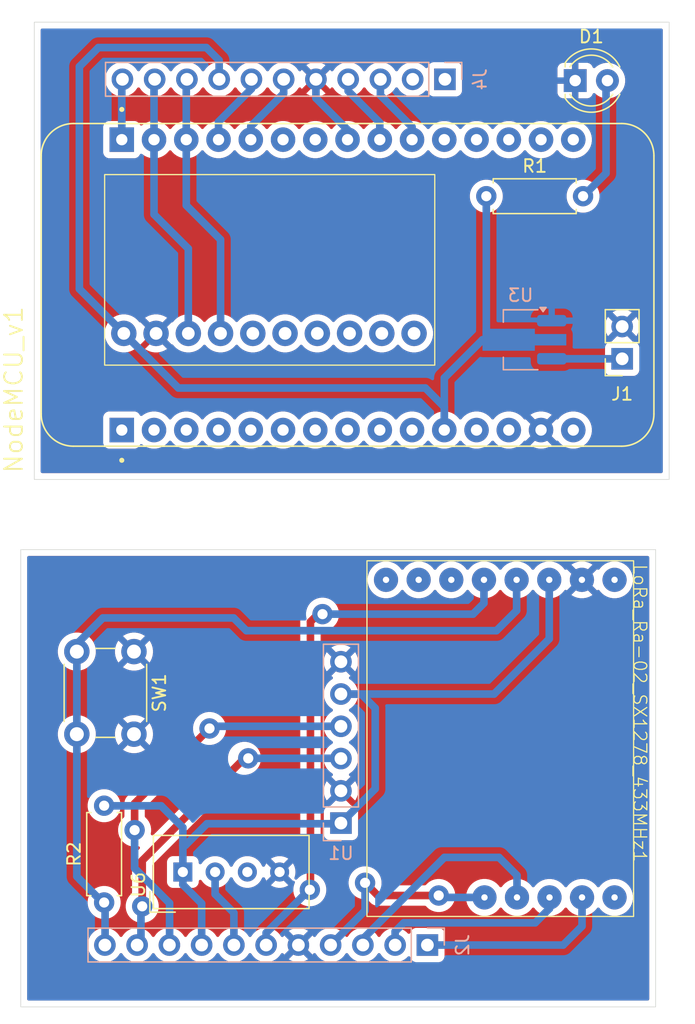
<source format=kicad_pcb>
(kicad_pcb (version 20241229) (generator "pcbnew") (generator_version "9.0")
  (layers (0 "F.Cu" signal) (2 "B.Cu" signal) (13 "F.Paste" user) (15 "B.Paste" user) (5 "F.SilkS" user "F.Silkscreen") (7 "B.SilkS" user "B.Silkscreen") (1 "F.Mask" user) (3 "B.Mask" user) (25 "Edge.Cuts" user))
  (net 0 "")
  (net 1 "GND")
  (net 2 "/VIN")
  (net 3 "+3V3")
  (net 10 "/SCL")
  (net 11 "/SDA")
  (net 12 "/DHT_data")
  (net 22 "/MISO")
  (net 25 "/RST")
  (net 27 "/MOSI")
  (net 31 "Net-(NodeMCU_v1-GND-Pad15)")
  (net 35 "/SCLK")
  (net 36 "/CS")
  (net 38 "Net-(D1-A)")
  (net 44 "/D3")
  (footprint "Button_Switch_THT:SW_PUSH_6mm" (layer "F.Cu") (at 115.05 103.05 -90)
    (property "Reference" "SW1" (at 3.25 -2 90) (layer "F.SilkS"))
    (property "Value" "SW_Push")
    (fp_line (start 1 5.5) (end 5.5 5.5) (stroke (width 0.12)) (layer "F.SilkS"))
    (fp_line (start 6.75 3) (end 6.75 1.5) (stroke (width 0.12)) (layer "F.SilkS"))
    (fp_line (start -0.25 1.5) (end -0.25 3) (stroke (width 0.12)) (layer "F.SilkS"))
    (fp_line (start 5.5 -1) (end 1 -1) (stroke (width 0.12)) (layer "F.SilkS"))
    (pad "1" thru_hole circle (at 0 0) (size 2 2) (drill 1.1) (layers "*.Cu" "*.Mask") (net 1 "GND"))
    (pad "1" thru_hole circle (at 6.5 0) (size 2 2) (drill 1.1) (layers "*.Cu" "*.Mask") (net 1 "GND"))
    (pad "2" thru_hole circle (at 0 4.5) (size 2 2) (drill 1.1) (layers "*.Cu" "*.Mask") (net 25 "/RST"))
    (pad "2" thru_hole circle (at 6.5 4.5) (size 2 2) (drill 1.1) (layers "*.Cu" "*.Mask") (net 25 "/RST"))
  )
  (footprint "prashantkicadlibrary:LORA-02" (layer "F.Cu") (at 154.4 107.9 -90)
    (property "Reference" "LoRa_Ra-02_SX1278_433MHz1" (at 0 -0.5 270) (layer "F.SilkS") (effects (font (thickness 0.1))))
    (property "Value" "~")
    (fp_rect (start -12 0) (end 16 21) (stroke (width 0.1)) (fill no) (layer "F.SilkS"))
    (pad "1" thru_hole circle (at -10.5 1.5 270) (size 1.905 1.905) (drill 0.5) (layers "*.Cu" "*.Mask"))
    (pad "2" thru_hole circle (at 14.5 1.5 270) (size 1.905 1.905) (drill 0.5) (layers "*.Cu" "*.Mask"))
    (pad "3" thru_hole circle (at -10.5 4.071429 270) (size 1.905 1.905) (drill 0.5) (layers "*.Cu" "*.Mask") (net 1 "GND"))
    (pad "4" thru_hole circle (at 14.5 4.061224 270) (size 1.905 1.905) (drill 0.5) (layers "*.Cu" "*.Mask") (net 36 "/CS"))
    (pad "5" thru_hole circle (at -10.5 6.642857 270) (size 1.905 1.905) (drill 0.5) (layers "*.Cu" "*.Mask") (net 3 "+3V3"))
    (pad "6" thru_hole circle (at 14.5 6.622449 270) (size 1.905 1.905) (drill 0.5) (layers "*.Cu" "*.Mask") (net 27 "/MOSI"))
    (pad "7" thru_hole circle (at -10.5 9.214286 270) (size 1.905 1.905) (drill 0.5) (layers "*.Cu" "*.Mask") (net 25 "/RST"))
    (pad "8" thru_hole circle (at 14.5 9.183673 270) (size 1.905 1.905) (drill 0.5) (layers "*.Cu" "*.Mask") (net 22 "/MISO"))
    (pad "9" thru_hole circle (at -10.5 11.785714 270) (size 1.905 1.905) (drill 0.5) (layers "*.Cu" "*.Mask") (net 44 "/D3"))
    (pad "10" thru_hole circle (at 14.5 11.744898 270) (size 1.905 1.905) (drill 0.5) (layers "*.Cu" "*.Mask") (net 35 "/SCLK"))
    (pad "11" thru_hole circle (at -10.5 14.357143 270) (size 1.905 1.905) (drill 0.5) (layers "*.Cu" "*.Mask"))
    (pad "13" thru_hole circle (at -10.5 16.928571 270) (size 1.905 1.905) (drill 0.5) (layers "*.Cu" "*.Mask"))
    (pad "15" thru_hole circle (at -10.5 19.5 270) (size 1.905 1.905) (drill 0.5) (layers "*.Cu" "*.Mask"))
  )
  (footprint "LED_THT:LED_D4.0mm" (layer "F.Cu") (at 149.8 58.1)
    (property "Reference" "D1" (at 1.27 -3.46 0) (layer "F.SilkS"))
    (property "Value" "LED")
    (fp_line (start -0.79 -1.399) (end -0.79 -1.08) (stroke (width 0.12)) (layer "F.SilkS"))
    (fp_line (start -0.79 1.08) (end -0.79 1.399) (stroke (width 0.12)) (layer "F.SilkS"))
    (fp_arc (start -0.79 -1.398749) (mid 1.45392 -2.483198) (end 3.513591 -1.08) (stroke (width 0.12)) (layer "F.SilkS"))
    (fp_arc (start -0.41333 -1.08) (mid 1.27 -2) (end 2.95333 -1.08) (stroke (width 0.12)) (layer "F.SilkS"))
    (fp_arc (start 2.95333 1.08) (mid 1.27 2) (end -0.41333 1.08) (stroke (width 0.12)) (layer "F.SilkS"))
    (fp_arc (start 3.513591 1.08) (mid 1.45392 2.483198) (end -0.79 1.398749) (stroke (width 0.12)) (layer "F.SilkS"))
    (pad "1" thru_hole rect (at 0 0) (size 1.8 1.8) (drill 0.9) (layers "*.Cu" "*.Mask") (net 1 "GND"))
    (pad "2" thru_hole circle (at 2.54 0) (size 1.8 1.8) (drill 0.9) (layers "*.Cu" "*.Mask") (net 38 "Net-(D1-A)"))
  )
  (footprint "prashantkicadlibrary:mpu9250" (layer "F.Cu") (at 127.24 73 90)
    (property "Reference" "U2" (hide yes))
    (property "Value" "mpu-9250" (hide yes))
    (fp_rect (start -7.5 -14.5) (end 7.5 11.5) (stroke (width 0.1)) (fill no) (layer "F.SilkS"))
    (pad "1" thru_hole circle (at -5 -12.99 90) (size 2 2) (drill 1) (layers "*.Cu" "*.Mask") (net 3 "+3V3"))
    (pad "2" thru_hole circle (at -5 -10.45 90) (size 2 2) (drill 1) (layers "*.Cu" "*.Mask") (net 1 "GND"))
    (pad "3" thru_hole circle (at -5 -7.91 90) (size 2 2) (drill 1) (layers "*.Cu" "*.Mask") (net 10 "/SCL"))
    (pad "4" thru_hole circle (at -5 -5.37 90) (size 2 2) (drill 1) (layers "*.Cu" "*.Mask") (net 11 "/SDA"))
    (pad "5" thru_hole circle (at -5 -2.83 90) (size 2 2) (drill 1) (layers "*.Cu" "*.Mask"))
    (pad "6" thru_hole circle (at -5 -0.29 90) (size 2 2) (drill 1) (layers "*.Cu" "*.Mask"))
    (pad "7" thru_hole circle (at -5 2.25 90) (size 2 2) (drill 1) (layers "*.Cu" "*.Mask"))
    (pad "8" thru_hole circle (at -5 4.79 90) (size 2 2) (drill 1) (layers "*.Cu" "*.Mask"))
    (pad "9" thru_hole circle (at -5 7.33 90) (size 2 2) (drill 1) (layers "*.Cu" "*.Mask"))
    (pad "10" thru_hole circle (at -5 9.87 90) (size 2 2) (drill 1) (layers "*.Cu" "*.Mask"))
  )
  (footprint "Connector_PinSocket_2.54mm:PinSocket_1x02_P2.54mm_Vertical" (layer "F.Cu") (at 153.5 80 180)
    (property "Reference" "J1" (at 0 -2.77 0) (layer "F.SilkS"))
    (property "Value" "Battery power")
    (fp_line (start 1.33 1.27) (end 1.33 3.87) (stroke (width 0.12)) (layer "F.SilkS"))
    (fp_line (start 1.33 -1.33) (end 1.33 0) (stroke (width 0.12)) (layer "F.SilkS"))
    (fp_line (start 0 -1.33) (end 1.33 -1.33) (stroke (width 0.12)) (layer "F.SilkS"))
    (fp_line (start -1.33 3.87) (end 1.33 3.87) (stroke (width 0.12)) (layer "F.SilkS"))
    (fp_line (start -1.33 1.27) (end 1.33 1.27) (stroke (width 0.12)) (layer "F.SilkS"))
    (fp_line (start -1.33 1.27) (end -1.33 3.87) (stroke (width 0.12)) (layer "F.SilkS"))
    (pad "1" thru_hole rect (at 0 0 180) (size 1.7 1.7) (drill 1) (layers "*.Cu" "*.Mask") (net 2 "/VIN"))
    (pad "2" thru_hole circle (at 0 2.54 180) (size 1.7 1.7) (drill 1) (layers "*.Cu" "*.Mask") (net 1 "GND"))
  )
  (footprint "Sensor:Aosong_DHT11_5.5x12.0_P2.54mm" (layer "F.Cu") (at 118.9 120.4 90)
    (property "Reference" "U6" (at -1 -3.5 90) (layer "F.SilkS"))
    (property "Value" "DHT11")
    (fp_line (start -3.16 -2.6) (end -1.55 -2.6) (stroke (width 0.12)) (layer "F.SilkS"))
    (fp_line (start -3.16 -2.6) (end -3.16 -0.6) (stroke (width 0.12)) (layer "F.SilkS"))
    (fp_line (start 2.88 -2.32) (end 2.88 9.94) (stroke (width 0.12)) (layer "F.SilkS"))
    (fp_line (start -2.87 -2.32) (end 2.87 -2.32) (stroke (width 0.12)) (layer "F.SilkS"))
    (fp_line (start 2.88 9.94) (end -2.88 9.94) (stroke (width 0.12)) (layer "F.SilkS"))
    (fp_line (start -2.88 9.94) (end -2.88 -2.31) (stroke (width 0.12)) (layer "F.SilkS"))
    (pad "1" thru_hole rect (at 0 0 90) (size 1.5 1.5) (drill 0.8) (layers "*.Cu" "*.Mask") (net 3 "+3V3"))
    (pad "2" thru_hole circle (at 0 2.54 90) (size 1.5 1.5) (drill 0.8) (layers "*.Cu" "*.Mask") (net 12 "/DHT_data"))
    (pad "3" thru_hole circle (at 0 5.08 90) (size 1.5 1.5) (drill 0.8) (layers "*.Cu" "*.Mask"))
    (pad "4" thru_hole circle (at 0 7.62 90) (size 1.5 1.5) (drill 0.8) (layers "*.Cu" "*.Mask") (net 1 "GND"))
  )
  (footprint "Resistor_THT:R_Axial_DIN0207_L6.3mm_D2.5mm_P7.62mm_Horizontal" (layer "F.Cu") (at 112.7 122.8 90)
    (property "Reference" "R2" (at 3.81 -2.37 90) (layer "F.SilkS"))
    (property "Value" "R")
    (fp_line (start 7.08 -1.37) (end 7.08 -1.04) (stroke (width 0.12)) (layer "F.SilkS"))
    (fp_line (start 0.54 -1.37) (end 7.08 -1.37) (stroke (width 0.12)) (layer "F.SilkS"))
    (fp_line (start 0.54 -1.04) (end 0.54 -1.37) (stroke (width 0.12)) (layer "F.SilkS"))
    (fp_line (start 0.54 1.04) (end 0.54 1.37) (stroke (width 0.12)) (layer "F.SilkS"))
    (fp_line (start 7.08 1.37) (end 7.08 1.04) (stroke (width 0.12)) (layer "F.SilkS"))
    (fp_line (start 0.54 1.37) (end 7.08 1.37) (stroke (width 0.12)) (layer "F.SilkS"))
    (pad "1" thru_hole circle (at 0 0 90) (size 1.6 1.6) (drill 0.8) (layers "*.Cu" "*.Mask") (net 25 "/RST"))
    (pad "2" thru_hole circle (at 7.62 0 90) (size 1.6 1.6) (drill 0.8) (layers "*.Cu" "*.Mask") (net 3 "+3V3"))
  )
  (footprint "prashantkicadlibrary:nodemcu" (layer "F.Cu") (at 131.87 74.18 90)
    (property "Reference" "NodeMCU_v1" (at -8.255 -26.289 90) (layer "F.SilkS") (effects (font (size 1.4 1.4))))
    (property "Value" "~")
    (fp_line (start -10.16 -24.13) (end 10.16 -24.13) (stroke (width 0.127)) (layer "F.SilkS"))
    (fp_line (start 12.7 -21.59) (end 12.7 21.59) (stroke (width 0.127)) (layer "F.SilkS"))
    (fp_line (start -12.7 21.59) (end -12.7 -21.59) (stroke (width 0.127)) (layer "F.SilkS"))
    (fp_line (start 10.16 24.13) (end -10.16 24.13) (stroke (width 0.127)) (layer "F.SilkS"))
    (fp_arc (start 10.16 -24.13) (mid 11.956051 -23.386051) (end 12.7 -21.59) (stroke (width 0.127)) (layer "F.SilkS"))
    (fp_arc (start -12.7 -21.59) (mid -11.956051 -23.386051) (end -10.16 -24.13) (stroke (width 0.127)) (layer "F.SilkS"))
    (fp_arc (start 12.7 21.59) (mid 11.956051 23.386051) (end 10.16 24.13) (stroke (width 0.127)) (layer "F.SilkS"))
    (fp_arc (start -10.16 24.13) (mid -11.956051 23.386051) (end -12.7 21.59) (stroke (width 0.127)) (layer "F.SilkS"))
    (fp_circle (center 13.81 -17.78) (end 13.91 -17.78) (stroke (width 0.2)) (fill no) (layer "F.SilkS"))
    (fp_circle (center -13.81 -17.78) (end -13.71 -17.78) (stroke (width 0.2)) (fill no) (layer "F.SilkS"))
    (pad "1" thru_hole rect (at -11.43 -17.78 90) (size 1.93 1.93) (drill 0.889) (layers "*.Cu" "*.Mask"))
    (pad "2" thru_hole circle (at -11.43 -15.24 90) (size 1.93 1.93) (drill 0.889) (layers "*.Cu" "*.Mask"))
    (pad "3" thru_hole circle (at -11.43 -12.7 90) (size 1.93 1.93) (drill 0.889) (layers "*.Cu" "*.Mask"))
    (pad "4" thru_hole circle (at -11.43 -10.16 90) (size 1.93 1.93) (drill 0.889) (layers "*.Cu" "*.Mask"))
    (pad "5" thru_hole circle (at -11.43 -7.62 90) (size 1.93 1.93) (drill 0.889) (layers "*.Cu" "*.Mask"))
    (pad "6" thru_hole circle (at -11.43 -5.08 90) (size 1.93 1.93) (drill 0.889) (layers "*.Cu" "*.Mask"))
    (pad "7" thru_hole circle (at -11.43 -2.54 90) (size 1.93 1.93) (drill 0.889) (layers "*.Cu" "*.Mask"))
    (pad "9" thru_hole circle (at -11.43 0 90) (size 1.93 1.93) (drill 0.889) (layers "*.Cu" "*.Mask"))
    (pad "9" thru_hole circle (at -11.43 2.54 90) (size 1.93 1.93) (drill 0.889) (layers "*.Cu" "*.Mask"))
    (pad "10" thru_hole circle (at -11.43 5.08 90) (size 1.93 1.93) (drill 0.889) (layers "*.Cu" "*.Mask"))
    (pad "11" thru_hole circle (at -11.43 7.62 90) (size 1.93 1.93) (drill 0.889) (layers "*.Cu" "*.Mask") (net 3 "+3V3"))
    (pad "12" thru_hole circle (at -11.43 10.16 90) (size 1.93 1.93) (drill 0.889) (layers "*.Cu" "*.Mask"))
    (pad "13" thru_hole circle (at -11.43 12.7 90) (size 1.93 1.93) (drill 0.889) (layers "*.Cu" "*.Mask"))
    (pad "14" thru_hole circle (at -11.43 15.24 90) (size 1.93 1.93) (drill 0.889) (layers "*.Cu" "*.Mask") (net 1 "GND"))
    (pad "15" thru_hole circle (at -11.43 17.78 90) (size 1.93 1.93) (drill 0.889) (layers "*.Cu" "*.Mask") (net 31 "Net-(NodeMCU_v1-GND-Pad15)"))
    (pad "16" thru_hole circle (at 11.43 17.78 90) (size 1.93 1.93) (drill 0.889) (layers "*.Cu" "*.Mask"))
    (pad "17" thru_hole circle (at 11.43 15.24 90) (size 1.93 1.93) (drill 0.889) (layers "*.Cu" "*.Mask"))
    (pad "18" thru_hole circle (at 11.43 12.7 90) (size 1.93 1.93) (drill 0.889) (layers "*.Cu" "*.Mask"))
    (pad "19" thru_hole circle (at 11.43 10.16 90) (size 1.93 1.93) (drill 0.889) (layers "*.Cu" "*.Mask"))
    (pad "20" thru_hole circle (at 11.43 7.62 90) (size 1.93 1.93) (drill 0.889) (layers "*.Cu" "*.Mask") (net 36 "/CS"))
    (pad "21" thru_hole circle (at 11.43 5.08 90) (size 1.93 1.93) (drill 0.889) (layers "*.Cu" "*.Mask") (net 27 "/MOSI"))
    (pad "22" thru_hole circle (at 11.43 2.54 90) (size 1.93 1.93) (drill 0.889) (layers "*.Cu" "*.Mask") (net 22 "/MISO"))
    (pad "23" thru_hole circle (at 11.43 0 90) (size 1.93 1.93) (drill 0.889) (layers "*.Cu" "*.Mask") (net 35 "/SCLK"))
    (pad "24" thru_hole circle (at 11.43 -2.54 90) (size 1.93 1.93) (drill 0.889) (layers "*.Cu" "*.Mask"))
    (pad "25" thru_hole circle (at 11.43 -5.08 90) (size 1.93 1.93) (drill 0.889) (layers "*.Cu" "*.Mask"))
    (pad "26" thru_hole circle (at 11.43 -7.62 90) (size 1.93 1.93) (drill 0.889) (layers "*.Cu" "*.Mask") (net 44 "/D3"))
    (pad "27" thru_hole circle (at 11.43 -10.16 90) (size 1.93 1.93) (drill 0.889) (layers "*.Cu" "*.Mask") (net 12 "/DHT_data"))
    (pad "28" thru_hole circle (at 11.43 -12.7 90) (size 1.93 1.93) (drill 0.889) (layers "*.Cu" "*.Mask") (net 11 "/SDA"))
    (pad "29" thru_hole circle (at 11.43 -15.24 90) (size 1.93 1.93) (drill 0.889) (layers "*.Cu" "*.Mask") (net 10 "/SCL"))
    (pad "30" thru_hole rect (at 11.43 -17.78 90) (size 1.93 1.93) (drill 0.889) (layers "*.Cu" "*.Mask") (net 25 "/RST"))
  )
  (footprint "Resistor_THT:R_Axial_DIN0207_L6.3mm_D2.5mm_P7.62mm_Horizontal" (layer "F.Cu") (at 142.8 67.2)
    (property "Reference" "R1" (at 3.81 -2.37 0) (layer "F.SilkS"))
    (property "Value" "R")
    (fp_line (start 0.54 -1.37) (end 7.08 -1.37) (stroke (width 0.12)) (layer "F.SilkS"))
    (fp_line (start 0.54 -1.04) (end 0.54 -1.37) (stroke (width 0.12)) (layer "F.SilkS"))
    (fp_line (start 0.54 1.04) (end 0.54 1.37) (stroke (width 0.12)) (layer "F.SilkS"))
    (fp_line (start 0.54 1.37) (end 7.08 1.37) (stroke (width 0.12)) (layer "F.SilkS"))
    (fp_line (start 7.08 -1.37) (end 7.08 -1.04) (stroke (width 0.12)) (layer "F.SilkS"))
    (fp_line (start 7.08 1.37) (end 7.08 1.04) (stroke (width 0.12)) (layer "F.SilkS"))
    (pad "1" thru_hole circle (at 0 0) (size 1.6 1.6) (drill 0.8) (layers "*.Cu" "*.Mask") (net 3 "+3V3"))
    (pad "2" thru_hole circle (at 7.62 0) (size 1.6 1.6) (drill 0.8) (layers "*.Cu" "*.Mask") (net 38 "Net-(D1-A)"))
  )
  (footprint "Package_TO_SOT_SMD:SOT-89-3_Handsoldering" (layer "B.Cu") (at 145.5 78.5 180)
    (property "Reference" "U3" (at 0 3.5 0) (layer "B.SilkS") (effects (justify mirror)))
    (property "Value" "AZ1117-3.3")
    (fp_line (start 1.36 1.38) (end 1.36 2.36) (stroke (width 0.12)) (layer "B.SilkS"))
    (fp_line (start 1.36 -1.38) (end 1.36 -2.36) (stroke (width 0.12)) (layer "B.SilkS"))
    (fp_line (start 1.36 -2.36) (end -1.36 -2.36) (stroke (width 0.12)) (layer "B.SilkS"))
    (fp_line (start -1.22 2.36) (end 1.36 2.36) (stroke (width 0.12)) (layer "B.SilkS"))
    (fp_line (start -1.36 2.36) (end 1.36 2.36) (stroke (width 0.12)) (layer "B.SilkS"))
    (fp_poly (pts (xy -1.77 2.21) (xy -2.01 2.54) (xy -1.53 2.54) (xy -1.77 2.21)) (stroke (width 0.12)) (fill yes) (layer "B.SilkS"))
    (pad "1" smd roundrect (at -2.45 1.5 180) (size 2.3 0.9) (layers "B.Cu" "B.Mask" "B.Paste") (net 1 "GND"))
    (pad "2" smd custom (at -2.3625 0 180) (size 2.475 0.9) (layers "B.Cu" "B.Mask" "B.Paste") (net 3 "+3V3") (options (clearance outline) (anchor rect)) (primitives (gr_poly (pts (xy 5.3625 -0.8665) (xy 1.2375 -0.8665) (xy 1.2375 0.8665) (xy 5.3625 0.8665)) (width 0) (fill yes))))
    (pad "3" smd roundrect (at -2.45 -1.5 180) (size 2.3 0.9) (layers "B.Cu" "B.Mask" "B.Paste") (net 2 "/VIN"))
  )
  (footprint "Connector_PinSocket_2.54mm:PinSocket_1x11_P2.54mm_Vertical" (layer "B.Cu") (at 139.54 58 90)
    (property "Reference" "J4" (at 0 2.77 90) (layer "B.SilkS") (effects (justify mirror)))
    (property "Value" "Conn_01x11_Pin")
    (fp_line (start -1.33 -26.73) (end 1.33 -26.73) (stroke (width 0.12)) (layer "B.SilkS"))
    (fp_line (start 1.33 -1.27) (end 1.33 -26.73) (stroke (width 0.12)) (layer "B.SilkS"))
    (fp_line (start -1.33 -1.27) (end -1.33 -26.73) (stroke (width 0.12)) (layer "B.SilkS"))
    (fp_line (start -1.33 -1.27) (end 1.33 -1.27) (stroke (width 0.12)) (layer "B.SilkS"))
    (fp_line (start 1.33 1.33) (end 1.33 0) (stroke (width 0.12)) (layer "B.SilkS"))
    (fp_line (start 0 1.33) (end 1.33 1.33) (stroke (width 0.12)) (layer "B.SilkS"))
    (pad "1" thru_hole rect (at 0 0 90) (size 1.7 1.7) (drill 1) (layers "*.Cu" "*.Mask") (net 36 "/CS"))
    (pad "2" thru_hole circle (at 0 -2.54 90) (size 1.7 1.7) (drill 1) (layers "*.Cu" "*.Mask") (net 27 "/MOSI"))
    (pad "3" thru_hole circle (at 0 -5.08 90) (size 1.7 1.7) (drill 1) (layers "*.Cu" "*.Mask") (net 22 "/MISO"))
    (pad "4" thru_hole circle (at 0 -7.62 90) (size 1.7 1.7) (drill 1) (layers "*.Cu" "*.Mask") (net 35 "/SCLK"))
    (pad "5" thru_hole circle (at 0 -10.16 90) (size 1.7 1.7) (drill 1) (layers "*.Cu" "*.Mask") (net 1 "GND"))
    (pad "6" thru_hole circle (at 0 -12.7 90) (size 1.7 1.7) (drill 1) (layers "*.Cu" "*.Mask") (net 44 "/D3"))
    (pad "7" thru_hole circle (at 0 -15.24 90) (size 1.7 1.7) (drill 1) (layers "*.Cu" "*.Mask") (net 12 "/DHT_data"))
    (pad "8" thru_hole circle (at 0 -17.78 90) (size 1.7 1.7) (drill 1) (layers "*.Cu" "*.Mask") (net 3 "+3V3"))
    (pad "9" thru_hole circle (at 0 -20.32 90) (size 1.7 1.7) (drill 1) (layers "*.Cu" "*.Mask") (net 11 "/SDA"))
    (pad "10" thru_hole circle (at 0 -22.86 90) (size 1.7 1.7) (drill 1) (layers "*.Cu" "*.Mask") (net 10 "/SCL"))
    (pad "11" thru_hole circle (at 0 -25.4 90) (size 1.7 1.7) (drill 1) (layers "*.Cu" "*.Mask") (net 25 "/RST"))
  )
  (footprint "Connector_PinHeader_2.54mm:PinHeader_1x06_P2.54mm_Vertical" (layer "B.Cu") (at 131.35 116.55)
    (property "Reference" "U1" (at 0 2.38 0) (layer "B.SilkS") (effects (justify mirror)))
    (property "Value" "BMP280")
    (fp_line (start -1.38 -14.08) (end 1.38 -14.08) (stroke (width 0.12)) (layer "B.SilkS"))
    (fp_line (start -1.38 -1.27) (end -1.38 -14.08) (stroke (width 0.12)) (layer "B.SilkS"))
    (fp_line (start -1.38 -1.27) (end 1.38 -1.27) (stroke (width 0.12)) (layer "B.SilkS"))
    (fp_line (start -1.38 0) (end -1.38 1.38) (stroke (width 0.12)) (layer "B.SilkS"))
    (fp_line (start -1.38 1.38) (end 0 1.38) (stroke (width 0.12)) (layer "B.SilkS"))
    (fp_line (start 1.38 -1.27) (end 1.38 -14.08) (stroke (width 0.12)) (layer "B.SilkS"))
    (pad "1" thru_hole rect (at 0 0) (size 1.7 1.7) (drill 1) (layers "*.Cu" "*.Mask") (net 3 "+3V3"))
    (pad "2" thru_hole circle (at 0 -2.54) (size 1.7 1.7) (drill 1) (layers "*.Cu" "*.Mask") (net 1 "GND"))
    (pad "3" thru_hole circle (at 0 -5.08) (size 1.7 1.7) (drill 1) (layers "*.Cu" "*.Mask") (net 10 "/SCL"))
    (pad "4" thru_hole circle (at 0 -7.62) (size 1.7 1.7) (drill 1) (layers "*.Cu" "*.Mask") (net 11 "/SDA"))
    (pad "5" thru_hole circle (at 0 -10.16) (size 1.7 1.7) (drill 1) (layers "*.Cu" "*.Mask") (net 3 "+3V3"))
    (pad "6" thru_hole circle (at 0 -12.7) (size 1.7 1.7) (drill 1) (layers "*.Cu" "*.Mask") (net 1 "GND"))
  )
  (footprint "Connector_PinSocket_2.54mm:PinSocket_1x11_P2.54mm_Vertical" (layer "B.Cu") (at 138.16 126.15 90)
    (property "Reference" "J2" (at 0 2.77 90) (layer "B.SilkS") (effects (justify mirror)))
    (property "Value" "Conn_01x11_Pin")
    (fp_line (start -1.33 -26.73) (end 1.33 -26.73) (stroke (width 0.12)) (layer "B.SilkS"))
    (fp_line (start 1.33 -1.27) (end 1.33 -26.73) (stroke (width 0.12)) (layer "B.SilkS"))
    (fp_line (start -1.33 -1.27) (end -1.33 -26.73) (stroke (width 0.12)) (layer "B.SilkS"))
    (fp_line (start -1.33 -1.27) (end 1.33 -1.27) (stroke (width 0.12)) (layer "B.SilkS"))
    (fp_line (start 1.33 1.33) (end 1.33 0) (stroke (width 0.12)) (layer "B.SilkS"))
    (fp_line (start 0 1.33) (end 1.33 1.33) (stroke (width 0.12)) (layer "B.SilkS"))
    (pad "1" thru_hole rect (at 0 0 90) (size 1.7 1.7) (drill 1) (layers "*.Cu" "*.Mask") (net 36 "/CS"))
    (pad "2" thru_hole circle (at 0 -2.54 90) (size 1.7 1.7) (drill 1) (layers "*.Cu" "*.Mask") (net 27 "/MOSI"))
    (pad "3" thru_hole circle (at 0 -5.08 90) (size 1.7 1.7) (drill 1) (layers "*.Cu" "*.Mask") (net 22 "/MISO"))
    (pad "4" thru_hole circle (at 0 -7.62 90) (size 1.7 1.7) (drill 1) (layers "*.Cu" "*.Mask") (net 35 "/SCLK"))
    (pad "5" thru_hole circle (at 0 -10.16 90) (size 1.7 1.7) (drill 1) (layers "*.Cu" "*.Mask") (net 1 "GND"))
    (pad "6" thru_hole circle (at 0 -12.7 90) (size 1.7 1.7) (drill 1) (layers "*.Cu" "*.Mask") (net 44 "/D3"))
    (pad "7" thru_hole circle (at 0 -15.24 90) (size 1.7 1.7) (drill 1) (layers "*.Cu" "*.Mask") (net 12 "/DHT_data"))
    (pad "8" thru_hole circle (at 0 -17.78 90) (size 1.7 1.7) (drill 1) (layers "*.Cu" "*.Mask") (net 3 "+3V3"))
    (pad "9" thru_hole circle (at 0 -20.32 90) (size 1.7 1.7) (drill 1) (layers "*.Cu" "*.Mask") (net 11 "/SDA"))
    (pad "10" thru_hole circle (at 0 -22.86 90) (size 1.7 1.7) (drill 1) (layers "*.Cu" "*.Mask") (net 10 "/SCL"))
    (pad "11" thru_hole circle (at 0 -25.4 90) (size 1.7 1.7) (drill 1) (layers "*.Cu" "*.Mask") (net 25 "/RST"))
  )
  (gr_rect (start 106.135 95.02) (end 156.135 131.02) (stroke (width 0.05)) (fill no) (layer "Edge.Cuts"))
  (gr_rect (start 107.2 53.5) (end 157.2 89.5) (stroke (width 0.05)) (fill no) (layer "Edge.Cuts"))
  (segment (start 153.5 80) (end 147.95 80) (width 0.6) (layer "B.Cu") (net 2))
  (segment (start 132.95 106.4) (end 134.05 107.5) (width 0.6) (layer "B.Cu") (net 3))
  (segment (start 142.5 78.5) (end 147.8625 78.5) (width 0.6) (layer "B.Cu") (net 3))
  (segment (start 131.3 116.6) (end 131.35 116.55) (width 0.6) (layer "B.Cu") (net 3))
  (segment (start 134.05 113.85) (end 131.35 116.55) (width 0.6) (layer "B.Cu") (net 3))
  (segment (start 142.8 67.2) (end 142.8 78.5) (width 0.6) (layer "B.Cu") (net 3))
  (segment (start 138 82.3) (end 139.49 83.79) (width 0.6) (layer "B.Cu") (net 3))
  (segment (start 117.19 115.19) (end 112.79 115.19) (width 0.6) (layer "B.Cu") (net 3))
  (segment (start 120.75 55.5) (end 112.25 55.5) (width 0.6) (layer "B.Cu") (net 3))
  (segment (start 121.76 58) (end 121.76 56.51) (width 0.6) (layer "B.Cu") (net 3))
  (segment (start 112.79 115.19) (end 112.78 115.18) (width 0.6) (layer "B.Cu") (net 3))
  (segment (start 110.75 74.5) (end 114.25 78) (width 0.6) (layer "B.Cu") (net 3))
  (segment (start 110.75 57) (end 110.75 74.5) (width 0.6) (layer "B.Cu") (net 3))
  (segment (start 112.78 115.18) (end 112.7 115.18) (width 0.6) (layer "B.Cu") (net 3))
  (segment (start 118.9 121.4) (end 120.38 122.88) (width 0.6) (layer "B.Cu") (net 3))
  (segment (start 147.757143 102.042857) (end 143.41 106.39) (width 0.6) (layer "B.Cu") (net 3))
  (segment (start 112.25 55.5) (end 110.75 57) (width 0.6) (layer "B.Cu") (net 3))
  (segment (start 119.1 118.3) (end 120.8 116.6) (width 0.6) (layer "B.Cu") (net 3))
  (segment (start 131.35 106.39) (end 131.36 106.4) (width 0.6) (layer "B.Cu") (net 3))
  (segment (start 143.41 106.39) (end 131.35 106.39) (width 0.6) (layer "B.Cu") (net 3))
  (segment (start 118.9 118.3) (end 118.9 116.9) (width 0.6) (layer "B.Cu") (net 3))
  (segment (start 118.9 116.9) (end 117.19 115.19) (width 0.6) (layer "B.Cu") (net 3))
  (segment (start 118.9 120.4) (end 118.9 121.4) (width 0.6) (layer "B.Cu") (net 3))
  (segment (start 118.9 118.3) (end 119.1 118.3) (width 0.6) (layer "B.Cu") (net 3))
  (segment (start 134.05 107.5) (end 134.05 113.85) (width 0.6) (layer "B.Cu") (net 3))
  (segment (start 139.49 83.79) (end 139.49 85.61) (width 0.6) (layer "B.Cu") (net 3))
  (segment (start 118.9 120.4) (end 118.9 118.3) (width 0.6) (layer "B.Cu") (net 3))
  (segment (start 139.49 85.61) (end 139.49 81.51) (width 0.6) (layer "B.Cu") (net 3))
  (segment (start 120.8 116.6) (end 131.3 116.6) (width 0.6) (layer "B.Cu") (net 3))
  (segment (start 118.55 82.3) (end 138 82.3) (width 0.6) (layer "B.Cu") (net 3))
  (segment (start 139.49 81.51) (end 142.5 78.5) (width 0.6) (layer "B.Cu") (net 3))
  (segment (start 147.757143 97.4) (end 147.757143 102.042857) (width 0.6) (layer "B.Cu") (net 3))
  (segment (start 120.395 126.15) (end 120.7 125.845) (width 0.6) (layer "B.Cu") (net 3))
  (segment (start 121.76 56.51) (end 120.75 55.5) (width 0.6) (layer "B.Cu") (net 3))
  (segment (start 114.25 78) (end 118.55 82.3) (width 0.6) (layer "B.Cu") (net 3))
  (segment (start 142.8 78.5) (end 147.8625 78.5) (width 0.6) (layer "B.Cu") (net 3))
  (segment (start 131.36 106.4) (end 132.95 106.4) (width 0.6) (layer "B.Cu") (net 3))
  (segment (start 120.38 122.88) (end 120.38 126.15) (width 0.6) (layer "B.Cu") (net 3))
  (segment (start 123.75 111.45) (end 115.7 119.5) (width 0.6) (layer "F.Cu") (net 10))
  (segment (start 124.05 111.45) (end 123.75 111.45) (width 0.6) (layer "F.Cu") (net 10))
  (segment (start 115.7 119.5) (end 115.7 123.1) (width 0.6) (layer "F.Cu") (net 10))
  (via (at 124.05 111.45) (size 1.6) (drill 0.8) (layers "F.Cu" "B.Cu") (net 10))
  (via (at 115.7 123.1) (size 1.6) (drill 0.8) (layers "F.Cu" "B.Cu") (net 10))
  (segment (start 115.6 123.7) (end 115.6 125.865) (width 0.6) (layer "B.Cu") (net 10))
  (segment (start 116.63 58.75) (end 116.63 62.75) (width 0.6) (layer "B.Cu") (net 10))
  (segment (start 115.6 125.865) (end 115.315 126.15) (width 0.6) (layer "B.Cu") (net 10))
  (segment (start 116.46 62.58) (end 116.63 62.75) (width 0.6) (layer "B.Cu") (net 10))
  (segment (start 116.63 62.75) (end 116.63 68.63) (width 0.6) (layer "B.Cu") (net 10))
  (segment (start 116.63 68.63) (end 119.33 71.33) (width 0.6) (layer "B.Cu") (net 10))
  (segment (start 119.33 71.33) (end 119.33 78) (width 0.6) (layer "B.Cu") (net 10))
  (segment (start 115.7 123.1) (end 115.7 123.6) (width 0.6) (layer "B.Cu") (net 10))
  (segment (start 115.7 123.6) (end 115.6 123.7) (width 0.6) (layer "B.Cu") (net 10))
  (segment (start 131.33 111.45) (end 131.35 111.47) (width 0.6) (layer "B.Cu") (net 10))
  (segment (start 124.05 111.45) (end 131.33 111.45) (width 0.6) (layer "B.Cu") (net 10))
  (segment (start 121 109.1) (end 115.1 115) (width 0.6) (layer "F.Cu") (net 11))
  (segment (start 115.1 115) (end 115.1 117.1) (width 0.6) (layer "F.Cu") (net 11))
  (via (at 121 109.1) (size 1.6) (drill 0.8) (layers "F.Cu" "B.Cu") (net 11))
  (via (at 115.1 117.1) (size 1.6) (drill 0.8) (layers "F.Cu" "B.Cu") (net 11))
  (segment (start 121.87 70.62) (end 121.87 78) (width 0.6) (layer "B.Cu") (net 11))
  (segment (start 119.17 58.75) (end 119.17 62.75) (width 0.6) (layer "B.Cu") (net 11))
  (segment (start 131.35 108.93) (end 121.17 108.93) (width 0.6) (layer "B.Cu") (net 11))
  (segment (start 119.17 62.75) (end 119.17 67.92) (width 0.6) (layer "B.Cu") (net 11))
  (segment (start 117.855 122.855) (end 117.855 126.15) (width 0.6) (layer "B.Cu") (net 11))
  (segment (start 119.17 67.92) (end 121.87 70.62) (width 0.6) (layer "B.Cu") (net 11))
  (segment (start 115.1 117.1) (end 115.1 120.1) (width 0.6) (layer "B.Cu") (net 11))
  (segment (start 115.1 120.1) (end 117.855 122.855) (width 0.6) (layer "B.Cu") (net 11))
  (segment (start 121.17 108.93) (end 121 109.1) (width 0.6) (layer "B.Cu") (net 11))
  (segment (start 122.92 123.62) (end 121.44 122.14) (width 0.6) (layer "B.Cu") (net 12))
  (segment (start 121.44 122.14) (end 121.44 120.4) (width 0.6) (layer "B.Cu") (net 12))
  (segment (start 122.92 126.15) (end 122.92 123.62) (width 0.6) (layer "B.Cu") (net 12))
  (segment (start 121.71 61.34) (end 124.3 58.75) (width 0.6) (layer "B.Cu") (net 12))
  (segment (start 121.71 62.75) (end 121.71 61.34) (width 0.6) (layer "B.Cu") (net 12))
  (segment (start 124.3 58.75) (end 124.3 58) (width 0.6) (layer "B.Cu") (net 12))
  (segment (start 133.08 126.15) (end 133.08 125.67) (width 0.6) (layer "B.Cu") (net 22))
  (segment (start 134.41 61.41) (end 134.41 62.75) (width 0.6) (layer "B.Cu") (net 22))
  (segment (start 145.216327 120.666327) (end 145.216327 122.4) (width 0.6) (layer "B.Cu") (net 22))
  (segment (start 139.5 119.25) (end 143.8 119.25) (width 0.6) (layer "B.Cu") (net 22))
  (segment (start 131.92 58) (end 131.92 58.92) (width 0.6) (layer "B.Cu") (net 22))
  (segment (start 143.8 119.25) (end 145.216327 120.666327) (width 0.6) (layer "B.Cu") (net 22))
  (segment (start 133.08 125.67) (end 139.5 119.25) (width 0.6) (layer "B.Cu") (net 22))
  (segment (start 131.92 58.92) (end 134.41 61.41) (width 0.6) (layer "B.Cu") (net 22))
  (segment (start 134.4 62.74) (end 134.41 62.75) (width 0.6) (layer "B.Cu") (net 22))
  (segment (start 110.55 120.75) (end 110.55 109.55) (width 0.6) (layer "B.Cu") (net 25))
  (segment (start 112.59 122.8) (end 110.8 121.01) (width 0.6) (layer "B.Cu") (net 25))
  (segment (start 112.7 122.8) (end 112.59 122.8) (width 0.6) (layer "B.Cu") (net 25))
  (segment (start 112.775 122.985) (end 112.7 122.91) (width 0.6) (layer "B.Cu") (net 25))
  (segment (start 143.599 101.401) (end 123.901 101.401) (width 0.6) (layer "B.Cu") (net 25))
  (segment (start 114.09 62.75) (end 114.09 58.75) (width 0.6) (layer "B.Cu") (net 25))
  (segment (start 112.7 122.91) (end 112.7 122.8) (width 0.6) (layer "B.Cu") (net 25))
  (segment (start 122.9 100.4) (end 112.6 100.4) (width 0.6) (layer "B.Cu") (net 25))
  (segment (start 110.8 121) (end 110.55 120.75) (width 0.6) (layer "B.Cu") (net 25))
  (segment (start 112.775 126.15) (end 112.775 122.985) (width 0.6) (layer "B.Cu") (net 25))
  (segment (start 145.185714 97.4) (end 145.185714 99.814286) (width 0.6) (layer "B.Cu") (net 25))
  (segment (start 123.901 101.401) (end 122.9 100.4) (width 0.6) (layer "B.Cu") (net 25))
  (segment (start 112.6 100.4) (end 110.55 102.45) (width 0.6) (layer "B.Cu") (net 25))
  (segment (start 110.8 121.01) (end 110.8 121) (width 0.6) (layer "B.Cu") (net 25))
  (segment (start 145.185714 99.814286) (end 143.599 101.401) (width 0.6) (layer "B.Cu") (net 25))
  (segment (start 110.55 103.05) (end 110.55 109.55) (width 0.6) (layer "B.Cu") (net 25))
  (segment (start 110.55 102.45) (end 110.55 103.05) (width 0.6) (layer "B.Cu") (net 25))
  (segment (start 136.95 61.75) (end 136.95 62.75) (width 0.6) (layer "B.Cu") (net 27))
  (segment (start 134.46 58) (end 134.46 59.26) (width 0.6) (layer "B.Cu") (net 27))
  (segment (start 135.62 125.08) (end 136.3 124.4) (width 0.6) (layer "B.Cu") (net 27))
  (segment (start 147.777551 123.272449) (end 147.777551 122.4) (width 0.6) (layer "B.Cu") (net 27))
  (segment (start 136.3 124.4) (end 146.65 124.4) (width 0.6) (layer "B.Cu") (net 27))
  (segment (start 134.46 59.26) (end 136.95 61.75) (width 0.6) (layer "B.Cu") (net 27))
  (segment (start 146.65 124.4) (end 147.777551 123.272449) (width 0.6) (layer "B.Cu") (net 27))
  (segment (start 135.62 126.15) (end 135.62 125.08) (width 0.6) (layer "B.Cu") (net 27))
  (segment (start 134.25 122.25) (end 133.25 121.25) (width 0.6) (layer "F.Cu") (net 35))
  (segment (start 139.05 122.25) (end 134.25 122.25) (width 0.6) (layer "F.Cu") (net 35))
  (via (at 139.05 122.25) (size 1.6) (drill 0.8) (layers "F.Cu" "B.Cu") (net 35))
  (via (at 133.25 121.25) (size 1.6) (drill 0.8) (layers "F.Cu" "B.Cu") (net 35))
  (segment (start 139.2 122.4) (end 139.05 122.25) (width 0.6) (layer "B.Cu") (net 35))
  (segment (start 131.87 61.97) (end 131.87 62.75) (width 0.6) (layer "B.Cu") (net 35))
  (segment (start 133.25 123.44) (end 130.54 126.15) (width 0.6) (layer "B.Cu") (net 35))
  (segment (start 142.655102 122.4) (end 139.2 122.4) (width 0.6) (layer "B.Cu") (net 35))
  (segment (start 133.25 121.25) (end 133.25 123.44) (width 0.6) (layer "B.Cu") (net 35))
  (segment (start 129.38 59.48) (end 131.87 61.97) (width 0.6) (layer "B.Cu") (net 35))
  (segment (start 129.38 58) (end 129.38 59.48) (width 0.6) (layer "B.Cu") (net 35))
  (segment (start 139.48 62.74) (end 139.49 62.75) (width 0.6) (layer "B.Cu") (net 36))
  (segment (start 138.16 126.15) (end 148.85 126.15) (width 0.6) (layer "B.Cu") (net 36))
  (segment (start 148.85 126.15) (end 150.338776 124.661224) (width 0.6) (layer "B.Cu") (net 36))
  (segment (start 150.338776 124.661224) (end 150.338776 122.4) (width 0.6) (layer "B.Cu") (net 36))
  (segment (start 152.23 65.39) (end 150.42 67.2) (width 0.6) (layer "B.Cu") (net 38))
  (segment (start 152.23 57.9) (end 152.23 65.39) (width 0.6) (layer "B.Cu") (net 38))
  (segment (start 129.9 100.1) (end 129.55 100.1) (width 0.6) (layer "F.Cu") (net 44))
  (segment (start 128.95 121.45) (end 128.9 121.5) (width 0.6) (layer "F.Cu") (net 44))
  (segment (start 129.55 100.1) (end 128.95 100.7) (width 0.6) (layer "F.Cu") (net 44))
  (segment (start 128.95 100.7) (end 128.95 121.45) (width 0.6) (layer "F.Cu") (net 44))
  (segment (start 128.9 121.5) (end 128.9 121.8) (width 0.6) (layer "F.Cu") (net 44))
  (via (at 128.9 121.8) (size 1.6) (drill 0.8) (layers "F.Cu" "B.Cu") (net 44))
  (via (at 129.9 100.1) (size 1.6) (drill 0.8) (layers "F.Cu" "B.Cu") (net 44))
  (segment (start 141.75 100.1) (end 142.614286 99.235714) (width 0.6) (layer "B.Cu") (net 44))
  (segment (start 124.25 61.7) (end 126.84 59.11) (width 0.6) (layer "B.Cu") (net 44))
  (segment (start 125.46 125.19) (end 125.46 126.15) (width 0.6) (layer "B.Cu") (net 44))
  (segment (start 124.25 62.75) (end 124.25 61.7) (width 0.6) (layer "B.Cu") (net 44))
  (segment (start 126.84 59.11) (end 126.84 58) (width 0.6) (layer "B.Cu") (net 44))
  (segment (start 142.614286 99.235714) (end 142.614286 97.4) (width 0.6) (layer "B.Cu") (net 44))
  (segment (start 129.9 100.1) (end 141.75 100.1) (width 0.6) (layer "B.Cu") (net 44))
  (segment (start 128.9 121.8) (end 128.85 121.8) (width 0.6) (layer "B.Cu") (net 44))
  (segment (start 128.85 121.8) (end 125.46 125.19) (width 0.6) (layer "B.Cu") (net 44))
  (zone (net 1) (net_name "GND") (layers "F.Cu" "B.Cu") (connect_pads (clearance 0.5)) (min_thickness 0.25) (fill yes (thermal_gap 0.5) (thermal_bridge_width 0.5))
    (polygon (pts (xy 106.435 95.47) (xy 155.835 95.47) (xy 155.835 130.72) (xy 106.435 130.72)))
  )
  (zone (net 1) (net_name "GND") (layers "F.Cu" "B.Cu") (connect_pads (clearance 0.5)) (min_thickness 0.25) (fill yes (thermal_gap 0.5) (thermal_bridge_width 0.5))
    (polygon (pts (xy 107.2 53.716342) (xy 157.3 53.716342) (xy 157.3 89.266342) (xy 107.2 89.266342)))
  )
)
</source>
